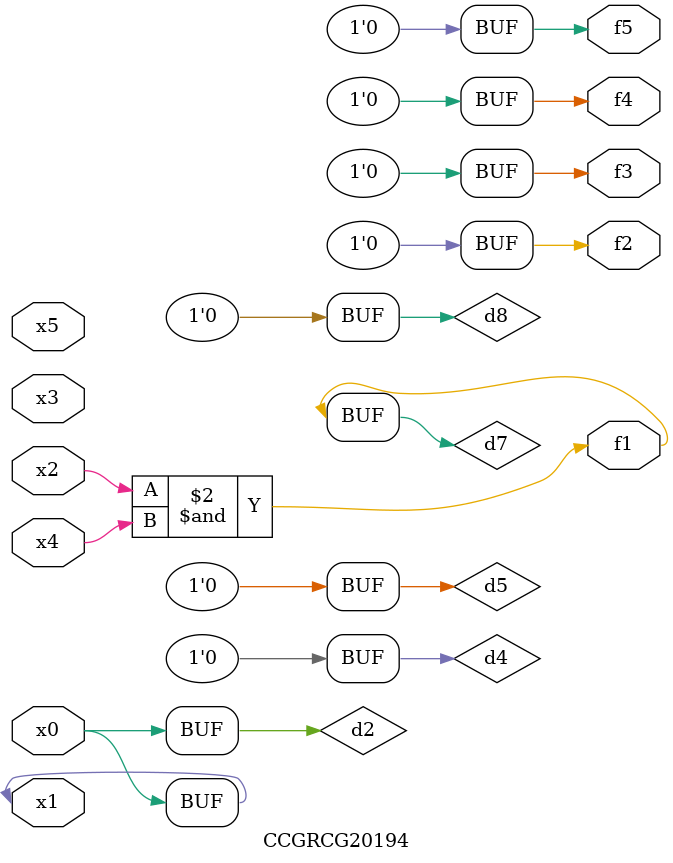
<source format=v>
module CCGRCG20194(
	input x0, x1, x2, x3, x4, x5,
	output f1, f2, f3, f4, f5
);

	wire d1, d2, d3, d4, d5, d6, d7, d8, d9;

	nand (d1, x1);
	buf (d2, x0, x1);
	nand (d3, x2, x4);
	and (d4, d1, d2);
	and (d5, d1, d2);
	nand (d6, d1, d3);
	not (d7, d3);
	xor (d8, d5);
	nor (d9, d5, d6);
	assign f1 = d7;
	assign f2 = d8;
	assign f3 = d8;
	assign f4 = d8;
	assign f5 = d8;
endmodule

</source>
